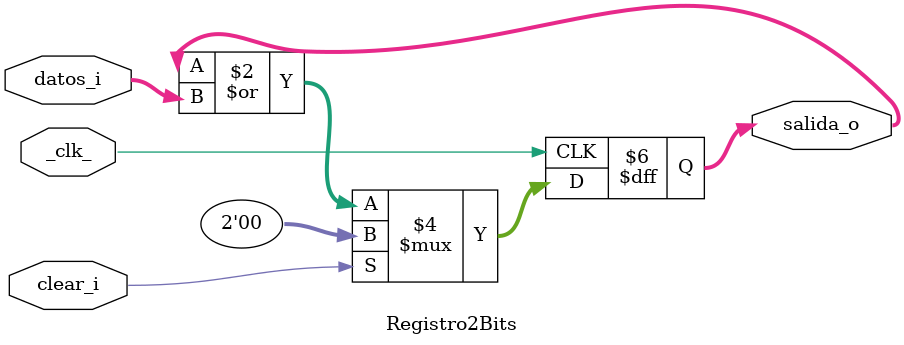
<source format=v>
`timescale 1ns / 1ps
module Registro2Bits(_clk_, datos_i, clear_i, salida_o
    );
	
	input _clk_, clear_i;
	input [1:0] datos_i;
	output reg [1:0] salida_o;
	
	always @(posedge _clk_) begin
		
		if(clear_i) 
			salida_o<=2'b00;
		else 
			salida_o<= salida_o | datos_i;
	end
	

endmodule

</source>
